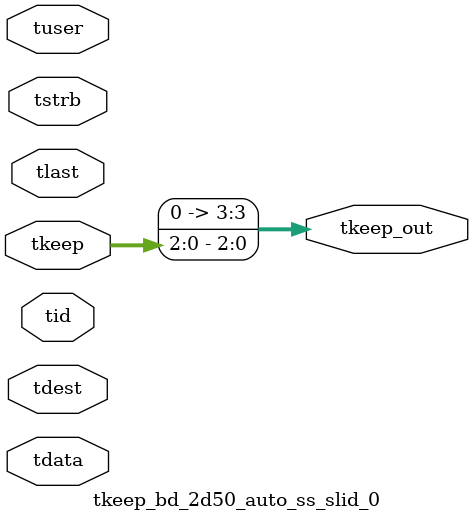
<source format=v>


`timescale 1ps/1ps

module tkeep_bd_2d50_auto_ss_slid_0 #
(
parameter C_S_AXIS_TDATA_WIDTH = 32,
parameter C_S_AXIS_TUSER_WIDTH = 0,
parameter C_S_AXIS_TID_WIDTH   = 0,
parameter C_S_AXIS_TDEST_WIDTH = 0,
parameter C_M_AXIS_TDATA_WIDTH = 32
)
(
input  [(C_S_AXIS_TDATA_WIDTH == 0 ? 1 : C_S_AXIS_TDATA_WIDTH)-1:0     ] tdata,
input  [(C_S_AXIS_TUSER_WIDTH == 0 ? 1 : C_S_AXIS_TUSER_WIDTH)-1:0     ] tuser,
input  [(C_S_AXIS_TID_WIDTH   == 0 ? 1 : C_S_AXIS_TID_WIDTH)-1:0       ] tid,
input  [(C_S_AXIS_TDEST_WIDTH == 0 ? 1 : C_S_AXIS_TDEST_WIDTH)-1:0     ] tdest,
input  [(C_S_AXIS_TDATA_WIDTH/8)-1:0 ] tkeep,
input  [(C_S_AXIS_TDATA_WIDTH/8)-1:0 ] tstrb,
input                                                                    tlast,
output [(C_M_AXIS_TDATA_WIDTH/8)-1:0 ] tkeep_out
);

assign tkeep_out = {tkeep[2:0]};

endmodule


</source>
